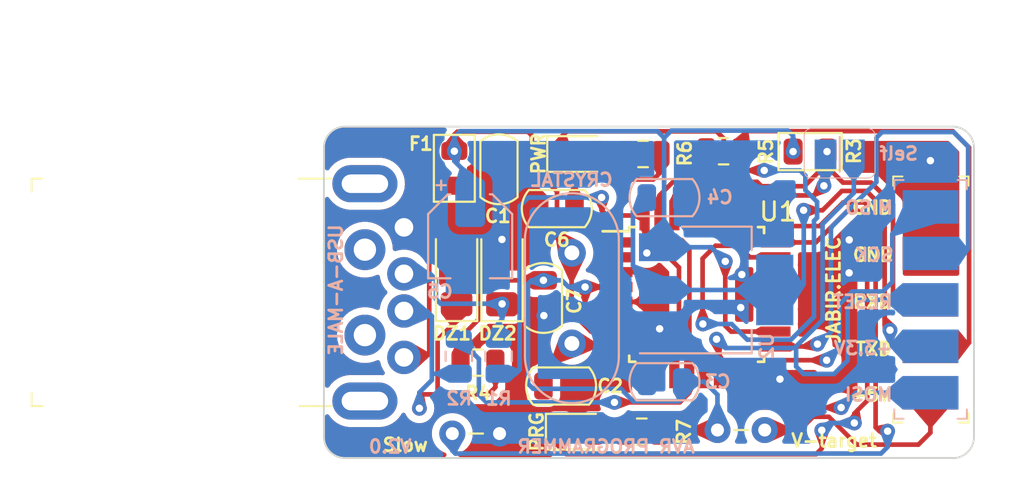
<source format=kicad_pcb>
(kicad_pcb (version 20221018) (generator pcbnew)
  (layers (0 "F.Cu" signal) (31 "B.Cu" signal) (34 "B.Paste" user) (35 "F.Paste" user) (36 "B.SilkS" user "B.Silkscreen") (37 "F.SilkS" user "F.Silkscreen") (38 "B.Mask" user) (39 "F.Mask" user) (44 "Edge.Cuts" user))
  (net 0 "")
  (net 1 "Earth")
  (net 2 "Net-(U1-PB6{slash}XTAL1)")
  (net 3 "Net-(U1-PB7{slash}XTAL2)")
  (net 4 "Net-(Supply-target1-A)")
  (net 5 "Net-(DZ1-K)")
  (net 6 "Net-(DZ2-K)")
  (net 7 "Net-(LED1-K)")
  (net 8 "Net-(LED1-A)")
  (net 9 "Net-(LED2-K)")
  (net 10 "Net-(LED2-A)")
  (net 11 "Net-(U1-PB1)")
  (net 12 "Net-(U1-PB0)")
  (net 13 "Net-(Self-PRG1-B)")
  (net 14 "Net-(U1-PD1)")
  (net 26 "Net-(U2-VO)")
  (net 27 "Net-(Supply-target1-B)")
  (net 28 "Net-(J2-Pad2)")
  (net 29 "Net-(U1-PD0)")
  (net 30 "Net-(U1-PB4)")
  (net 31 "Net-(U1-PB5)")
  (net 32 "Net-(Self-PRG1-A)")
  (net 33 "Net-(U1-PB3)")
  (net 34 "Net-(J4-VBUS)")
  (net 35 "SLOW")
  (footprint "PCM_4ms_Resistor:R_0805_2012Metric" (layer "F.Cu") (at 102.47 97.32)
    (fp_text reference "R7" (at 2.27 0.01 90) (layer "F.SilkS") (effects (font (size 0.7 0.7))))
    (fp_text value "0R_0603")
    (pad "1" smd roundrect (at -0.9375 0) (size 0.975 1.4) (layers "F.Cu" "F.Paste" "F.Mask") (net 10 "Net-(LED2-A)"))
    (pad "2" smd roundrect (at 0.9375 0) (size 0.975 1.4) (layers "F.Cu" "F.Paste" "F.Mask") (net 4 "Net-(Supply-target1-A)"))
  )
  (footprint "PCM_Capacitor_SMD_AKL:C_0805_2012Metric" (layer "F.Cu") (at 98.13 94.86 180)
    (fp_text reference "C2" (at -2.64 -0.0025) (layer "F.SilkS") (effects (font (size 0.7 0.7))))
    (fp_text value "100nF_0603_16V" hide)
    (pad "1" smd roundrect (at -0.95 0 180) (size 1 1.45) (layers "F.Cu" "F.Paste" "F.Mask") (net 1 "Earth"))
    (pad "2" smd roundrect (at 0.95 0 180) (size 1 1.45) (layers "F.Cu" "F.Paste" "F.Mask") (net 3 "Net-(U1-PB7{slash}XTAL2)"))
  )
  (footprint "LED_SMD:LED_0805_2012Metric" (layer "F.Cu") (at 99 97.32)
    (fp_text reference "PRG" (at -2.18 0 90) (layer "F.SilkS") (effects (font (size 0.7 0.7))))
    (fp_text value "LED")
    (pad "1" smd roundrect (at -0.9375 0) (size 0.975 1.4) (layers "F.Cu" "F.Paste" "F.Mask") (net 9 "Net-(LED2-K)"))
    (pad "2" smd roundrect (at 0.9375 0) (size 0.975 1.4) (layers "F.Cu" "F.Paste" "F.Mask") (net 10 "Net-(LED2-A)"))
  )
  (footprint "PCM_Jumper_AKL:Jumper_P2.54mm_D0.7mm" (layer "F.Cu") (at 106.54 97.23)
    (fp_text reference "V-target" (at 6.27 0.57) (layer "F.SilkS") (effects (font (size 0.7 0.7))))
    (fp_text value "Jumper_2_Bridged" hide)
    (pad "1" thru_hole circle (at 0 0) (size 1.4 1.4) (drill 0.7) (layers "*.Cu" "*.Mask") (net 4 "Net-(Supply-target1-A)"))
    (pad "2" thru_hole oval (at 2.54 0) (size 1.4 1.4) (drill 0.7) (layers "*.Cu" "*.Mask") (net 27 "Net-(Supply-target1-B)"))
  )
  (footprint "PCM_Resistor_SMD_AKL:R_0805_2012Metric" (layer "F.Cu") (at 111.52 82.24)
    (fp_text reference "R3" (at 2.36 -0.02 90) (layer "F.SilkS") (effects (font (size 0.7 0.7))))
    (fp_text value "110k_0603" hide)
    (pad "1" smd roundrect (at -0.9125 0) (size 1.025 1.4) (layers "F.Cu" "F.Paste" "F.Mask") (roundrect_rratio 0.243902439) (net 4 "Net-(Supply-target1-A)"))
    (pad "2" smd roundrect (at 0.9125 0) (size 1.025 1.4) (layers "F.Cu" "F.Paste" "F.Mask") (roundrect_rratio 0.243902439) (net 13 "Net-(Self-PRG1-B)"))
  )
  (footprint "PCM_Fuse_AKL:Fuse_0805_2012Metric" (layer "F.Cu") (at 92.39 83.14 -90)
    (fp_text reference "F1" (at -1.32 1.8 -180) (layer "F.SilkS") (effects (font (size 0.7 0.7))))
    (fp_text value "Fuse" hide)
    (pad "1" smd roundrect (at -0.9375 0 270) (size 0.975 1.4) (layers "F.Cu" "F.Paste" "F.Mask") (net 4 "Net-(Supply-target1-A)"))
    (pad "2" smd roundrect (at 0.9375 0 270) (size 0.975 1.4) (layers "F.Cu" "F.Paste" "F.Mask") (net 34 "Net-(J4-VBUS)"))
  )
  (footprint "PCM_4ms_Resistor:R_0805_2012Metric" (layer "F.Cu") (at 102.54 82.37)
    (fp_text reference "R6" (at 2.24 -0.03 90) (layer "F.SilkS") (effects (font (size 0.7 0.7))))
    (fp_text value "0R_0603")
    (pad "1" smd roundrect (at -0.9375 0) (size 0.975 1.4) (layers "F.Cu" "F.Paste" "F.Mask") (net 8 "Net-(LED1-A)"))
    (pad "2" smd roundrect (at 0.9375 0) (size 0.975 1.4) (layers "F.Cu" "F.Paste" "F.Mask") (net 4 "Net-(Supply-target1-A)"))
  )
  (footprint "Diode_SMD:D_MiniMELF" (layer "F.Cu") (at 94.95 88.71 90)
    (fp_text reference "DZ2" (at -3.32 -0.23 180) (layer "F.SilkS") (effects (font (size 0.7 0.7))))
    (fp_text value "D3Z6V2BF")
    (pad "1" smd roundrect (at -1.75 0 90) (size 1.3 1.7) (layers "F.Cu" "F.Paste" "F.Mask") (roundrect_rratio 0.1923076923) (net 6 "Net-(DZ2-K)"))
    (pad "2" smd roundrect (at 1.75 0 90) (size 1.3 1.7) (layers "F.Cu" "F.Paste" "F.Mask") (roundrect_rratio 0.1923076923) (net 1 "Earth"))
  )
  (footprint "digikey-footprints:PinHeader_1x5_P2.5mm_Drill1.1mm" (layer "F.Cu") (at 117.99 95.23 90)
    (fp_text reference "+5V" (at -0.1 -3.23 180) (layer "F.SilkS") (effects (font (size 0.7 0.7))))
    (fp_text value "B5B-XH-A_LF__SN_")
    (pad "1" smd rect (at 0 0 90) (size 1.8 3) (layers "F.Cu" "F.Paste" "F.Mask") (net 27 "Net-(Supply-target1-B)"))
    (pad "2" smd rect (at 2.5 0 90) (size 1.8 3) (layers "F.Cu" "F.Paste" "F.Mask") (net 28 "Net-(J2-Pad2)"))
    (pad "3" smd rect (at 5 0 90) (size 1.8 3) (layers "F.Cu" "F.Paste" "F.Mask") (net 29 "Net-(U1-PD0)"))
    (pad "4" smd rect (at 7.5 0 90) (size 1.8 3) (layers "F.Cu" "F.Paste" "F.Mask") (net 1 "Earth"))
    (pad "5" smd rect (at 10 0 90) (size 1.8 3) (layers "F.Cu" "F.Paste" "F.Mask") (net 1 "Earth"))
  )
  (footprint "PCM_Capacitor_SMD_AKL:C_0805_2012Metric" (layer "F.Cu") (at 97.18 90.12 -90)
    (fp_text reference "C7" (at 0.17 -1.66 90) (layer "F.SilkS") (effects (font (size 0.7 0.7))))
    (fp_text value "100nF_0603_16V" hide)
    (pad "1" smd roundrect (at -0.95 0 270) (size 1 1.45) (layers "F.Cu" "F.Paste" "F.Mask") (net 4 "Net-(Supply-target1-A)"))
    (pad "2" smd roundrect (at 0.95 0 270) (size 1 1.45) (layers "F.Cu" "F.Paste" "F.Mask") (net 1 "Earth"))
  )
  (footprint "LED_SMD:LED_0805_2012Metric" (layer "F.Cu") (at 99.07 82.37)
    (fp_text reference "PWR" (at -2.1525 -0.02 90) (layer "F.SilkS") (effects (font (size 0.7 0.7))))
    (fp_text value "LED")
    (pad "1" smd roundrect (at -0.9375 0) (size 0.975 1.4) (layers "F.Cu" "F.Paste" "F.Mask") (net 7 "Net-(LED1-K)"))
    (pad "2" smd roundrect (at 0.9375 0) (size 0.975 1.4) (layers "F.Cu" "F.Paste" "F.Mask") (net 8 "Net-(LED1-A)"))
  )
  (footprint "Diode_SMD:D_MiniMELF" (layer "F.Cu") (at 92.51 88.7025 90)
    (fp_text reference "DZ1" (at -3.33 -0.25 180) (layer "F.SilkS") (effects (font (size 0.7 0.7))))
    (fp_text value "D3Z6V2BF")
    (pad "1" smd roundrect (at -1.75 0 90) (size 1.3 1.7) (layers "F.Cu" "F.Paste" "F.Mask") (roundrect_rratio 0.1923076923) (net 5 "Net-(DZ1-K)"))
    (pad "2" smd roundrect (at 1.75 0 90) (size 1.3 1.7) (layers "F.Cu" "F.Paste" "F.Mask") (roundrect_rratio 0.1923076923) (net 1 "Earth"))
  )
  (footprint "PCM_4ms_Resistor:R_0805_2012Metric" (layer "F.Cu") (at 106.87 82.22)
    (fp_text reference "R5" (at 2.28 0.02 90) (layer "F.SilkS") (effects (font (size 0.7 0.7))))
    (fp_text value "0R_0603")
    (pad "1" smd roundrect (at -0.9375 0) (size 0.975 1.4) (layers "F.Cu" "F.Paste" "F.Mask") (net 14 "Net-(U1-PD1)"))
    (pad "2" smd roundrect (at 0.9375 0) (size 0.975 1.4) (layers "F.Cu" "F.Paste" "F.Mask") (net 28 "Net-(J2-Pad2)"))
  )
  (footprint "PCM_Capacitor_SMD_AKL:C_0805_2012Metric" (layer "F.Cu") (at 94.79 83.19 90)
    (fp_text reference "C1" (at -2.52 -0.06 180) (layer "F.SilkS") (effects (font (size 0.7 0.7))))
    (fp_text value "100nF_0603_16V" hide)
    (pad "1" smd roundrect (at -0.95 0 90) (size 1 1.45) (layers "F.Cu" "F.Paste" "F.Mask") (net 1 "Earth"))
    (pad "2" smd roundrect (at 0.95 0 90) (size 1 1.45) (layers "F.Cu" "F.Paste" "F.Mask") (net 2 "Net-(U1-PB6{slash}XTAL1)"))
  )
  (footprint "PCM_Capacitor_SMD_AKL:C_0805_2012Metric" (layer "F.Cu") (at 97.9 85.31 180)
    (fp_text reference "C6" (at 0 -1.68) (layer "F.SilkS") (effects (font (size 0.7 0.7))))
    (fp_text value "100nF_0603_16V" hide)
    (pad "1" smd roundrect (at -0.95 0 180) (size 1 1.45) (layers "F.Cu" "F.Paste" "F.Mask") (net 4 "Net-(Supply-target1-A)"))
    (pad "2" smd roundrect (at 0.95 0 180) (size 1 1.45) (layers "F.Cu" "F.Paste" "F.Mask") (net 1 "Earth"))
  )
  (footprint "digikey-footprints:USB_Male_A_UP2-AH-1-TH" (layer "F.Cu") (at 87.58 89.82 -90)
    (fp_text reference "USB-A-MALE" (at -0.13 1.56 90) (layer "B.SilkS") (effects (font (size 0.7 0.7)) (justify mirror)))
    (fp_text value "USB_A")
    (pad "1" thru_hole circle locked (at 3.5 -2.1 270) (size 1.8 1.8) (drill 1) (layers "*.Cu" "*.Mask") (net 34 "Net-(J4-VBUS)"))
    (pad "2" thru_hole circle locked (at 1 -2.1 270) (size 1.8 1.8) (drill 1) (layers "*.Cu" "*.Mask") (net 5 "Net-(DZ1-K)"))
    (pad "3" thru_hole circle locked (at -1 -2.1 270) (size 1.8 1.8) (drill 1) (layers "*.Cu" "*.Mask") (net 6 "Net-(DZ2-K)"))
    (pad "4" thru_hole circle locked (at -3.5 -2.1 270) (size 1.8 1.8) (drill 1) (layers "*.Cu" "*.Mask") (net 1 "Earth"))
    (pad "SH" thru_hole oval locked (at -5.85 0 270) (size 2 3.5) (drill oval 1 2.5) (layers "*.Cu" "*.Mask"))
    (pad "SH" thru_hole circle locked (at -2.3 0 270) (size 2.2 2.2) (drill 1.2) (layers "*.Cu" "*.Mask"))
    (pad "SH" thru_hole circle locked (at 2.3 0 270) (size 2.2 2.2) (drill 1.2) (layers "*.Cu" "*.Mask"))
    (pad "SH" thru_hole oval locked (at 5.85 0 270) (size 2 3.5) (drill oval 1 2.5) (layers "*.Cu" "*.Mask"))
  )
  (footprint "Package_QFP:TQFP-32_7x7mm_P0.8mm" (layer "F.Cu") (at 105.42 89.93)
    (fp_text reference "U1" (at 4.37 -4.45) (layer "F.SilkS"))
    (fp_text value "ATmega8A-A")
    (pad "1" smd rect (at -4.25 -2.8) (size 1.6 0.55) (layers "F.Cu" "F.Paste" "F.Mask"))
    (pad "2" smd rect (at -4.25 -2) (size 1.6 0.55) (layers "F.Cu" "F.Paste" "F.Mask"))
    (pad "3" smd rect (at -4.25 -1.2) (size 1.6 0.55) (layers "F.Cu" "F.Paste" "F.Mask") (net 1 "Earth"))
    (pad "4" smd rect (at -4.25 -0.4) (size 1.6 0.55) (layers "F.Cu" "F.Paste" "F.Mask") (net 4 "Net-(Supply-target1-A)"))
    (pad "5" smd rect (at -4.25 0.4) (size 1.6 0.55) (layers "F.Cu" "F.Paste" "F.Mask") (net 1 "Earth"))
    (pad "6" smd rect (at -4.25 1.2) (size 1.6 0.55) (layers "F.Cu" "F.Paste" "F.Mask") (net 4 "Net-(Supply-target1-A)"))
    (pad "7" smd rect (at -4.25 2) (size 1.6 0.55) (layers "F.Cu" "F.Paste" "F.Mask") (net 2 "Net-(U1-PB6{slash}XTAL1)"))
    (pad "8" smd rect (at -4.25 2.8) (size 1.6 0.55) (layers "F.Cu" "F.Paste" "F.Mask") (net 3 "Net-(U1-PB7{slash}XTAL2)"))
    (pad "9" smd rect (at -2.8 4.25 90) (size 1.6 0.55) (layers "F.Cu" "F.Paste" "F.Mask"))
    (pad "10" smd rect (at -2 4.25 90) (size 1.6 0.55) (layers "F.Cu" "F.Paste" "F.Mask"))
    (pad "11" smd rect (at -1.2 4.25 90) (size 1.6 0.55) (layers "F.Cu" "F.Paste" "F.Mask"))
    (pad "12" smd rect (at -0.4 4.25 90) (size 1.6 0.55) (layers "F.Cu" "F.Paste" "F.Mask") (net 12 "Net-(U1-PB0)"))
    (pad "13" smd rect (at 0.4 4.25 90) (size 1.6 0.55) (layers "F.Cu" "F.Paste" "F.Mask") (net 11 "Net-(U1-PB1)"))
    (pad "14" smd rect (at 1.2 4.25 90) (size 1.6 0.55) (layers "F.Cu" "F.Paste" "F.Mask") (net 32 "Net-(Self-PRG1-A)"))
    (pad "15" smd rect (at 2 4.25 90) (size 1.6 0.55) (layers "F.Cu" "F.Paste" "F.Mask") (net 33 "Net-(U1-PB3)"))
    (pad "16" smd rect (at 2.8 4.25 90) (size 1.6 0.55) (layers "F.Cu" "F.Paste" "F.Mask") (net 30 "Net-(U1-PB4)"))
    (pad "17" smd rect (at 4.25 2.8) (size 1.6 0.55) (layers "F.Cu" "F.Paste" "F.Mask") (net 31 "Net-(U1-PB5)"))
    (pad "18" smd rect (at 4.25 2) (size 1.6 0.55) (layers "F.Cu" "F.Paste" "F.Mask") (net 4 "Net-(Supply-target1-A)"))
    (pad "19" smd rect (at 4.25 1.2) (size 1.6 0.55) (layers "F.Cu" "F.Paste" "F.Mask"))
    (pad "20" smd rect (at 4.25 0.4) (size 1.6 0.55) (layers "F.Cu" "F.Paste" "F.Mask"))
    (pad "21" smd rect (at 4.25 -0.4) (size 1.6 0.55) (layers "F.Cu" "F.Paste" "F.Mask") (net 1 "Earth"))
    (pad "22" smd rect (at 4.25 -1.2) (size 1.6 0.55) (layers "F.Cu" "F.Paste" "F.Mask"))
    (pad "23" smd rect (at 4.25 -2) (size 1.6 0.55) (layers "F.Cu" "F.Paste" "F.Mask") (net 7 "Net-(LED1-K)"))
    (pad "24" smd rect (at 4.25 -2.8) (size 1.6 0.55) (layers "F.Cu" "F.Paste" "F.Mask") (net 9 "Net-(LED2-K)"))
    (pad "25" smd rect (at 2.8 -4.25 90) (size 1.6 0.55) (layers "F.Cu" "F.Paste" "F.Mask") (net 35 "SLOW"))
    (pad "26" smd rect (at 2 -4.25 90) (size 1.6 0.55) (layers "F.Cu" "F.Paste" "F.Mask"))
    (pad "27" smd rect (at 1.2 -4.25 90) (size 1.6 0.55) (layers "F.Cu" "F.Paste" "F.Mask"))
    (pad "28" smd rect (at 0.4 -4.25 90) (size 1.6 0.55) (layers "F.Cu" "F.Paste" "F.Mask"))
    (pad "29" smd rect (at -0.4 -4.25 90) (size 1.6 0.55) (layers "F.Cu" "F.Paste" "F.Mask") (net 13 "Net-(Self-PRG1-B)"))
    (pad "30" smd rect (at -1.2 -4.25 90) (size 1.6 0.55) (layers "F.Cu" "F.Paste" "F.Mask") (net 29 "Net-(U1-PD0)"))
    (pad "31" smd rect (at -2 -4.25 90) (size 1.6 0.55) (layers "F.Cu" "F.Paste" "F.Mask") (net 14 "Net-(U1-PD1)"))
    (pad "32" smd rect (at -2.8 -4.25 90) (size 1.6 0.55) (layers "F.Cu" "F.Paste" "F.Mask") (net 11 "Net-(U1-PB1)"))
  )
  (footprint "PCM_4ms_Resistor:R_0805_2012Metric" (layer "F.Cu") (at 93.66 93.6 180)
    (fp_text reference "R4" (at 0 -1.65) (layer "F.SilkS") (effects (font (size 0.7 0.7))))
    (fp_text value "0R_0603")
    (pad "1" smd roundrect (at -0.9375 0 180) (size 0.975 1.4) (layers "F.Cu" "F.Paste" "F.Mask") (net 5 "Net-(DZ1-K)"))
    (pad "2" smd roundrect (at 0.9375 0 180) (size 0.975 1.4) (layers "F.Cu" "F.Paste" "F.Mask") (net 4 "Net-(Supply-target1-A)"))
  )
  (footprint "PCM_Jumper_AKL:Jumper_P2.54mm_D0.7mm" (layer "F.Cu") (at 92.28 97.42)
    (fp_text reference "Slow" (at -2.53 0.61 180) (layer "F.SilkS") (effects (font (size 0.7 0.7))))
    (fp_text value "Jumper_2_Bridged" hide)
    (pad "1" thru_hole circle (at 0 0) (size 1.4 1.4) (drill 0.7) (layers "*.Cu" "*.Mask") (net 35 "SLOW"))
    (pad "2" thru_hole oval (at 2.54 0) (size 1.4 1.4) (drill 0.7) (layers "*.Cu" "*.Mask") (net 1 "Earth"))
  )
  (footprint "PCM_4ms_Resistor:R_0805_2012Metric" (layer "B.Cu") (at 94.77 93.26 90)
    (fp_text reference "R1" (at -2.28 0.01 180) (layer "B.SilkS") (effects (font (size 0.7 0.7)) (justify mirror)))
    (fp_text value "0R_0603")
    (pad "1" smd roundrect (at -0.9375 0 90) (size 0.975 1.4) (layers "B.Cu" "B.Paste" "B.Mask") (net 11 "Net-(U1-PB1)"))
    (pad "2" smd roundrect (at 0.9375 0 90) (size 0.975 1.4) (layers "B.Cu" "B.Paste" "B.Mask") (net 6 "Net-(DZ2-K)"))
  )
  (footprint "Crystal:Crystal_HC49-U_Vertical" (layer "B.Cu") (at 98.71 87.69 -90)
    (fp_text reference "CRYSTAL" (at -3.93 0) (layer "B.SilkS") (effects (font (size 0.7 0.7)) (justify mirror)))
    (fp_text value "16MHz_18pF_FA238")
    (pad "1" thru_hole circle (at 0 0 270) (size 1.5 1.5) (drill 0.8) (layers "*.Cu" "*.Mask") (net 2 "Net-(U1-PB6{slash}XTAL1)"))
    (pad "2" thru_hole circle (at 4.88 0 270) (size 1.5 1.5) (drill 0.8) (layers "*.Cu" "*.Mask") (net 3 "Net-(U1-PB7{slash}XTAL2)"))
  )
  (footprint "PCM_Capacitor_SMD_AKL:C_0805_2012Metric" (layer "B.Cu") (at 103.69 84.72 180)
    (fp_text reference "C4" (at -2.98 0.02) (layer "B.SilkS") (effects (font (size 0.7 0.7)) (justify mirror)))
    (fp_text value "100nF_0603_16V" hide)
    (pad "1" smd roundrect (at -0.95 0 180) (size 1 1.45) (layers "B.Cu" "B.Paste" "B.Mask") (net 1 "Earth"))
    (pad "2" smd roundrect (at 0.95 0 180) (size 1 1.45) (layers "B.Cu" "B.Paste" "B.Mask") (net 26 "Net-(U2-VO)"))
  )
  (footprint "PCM_4ms_Resistor:R_0805_2012Metric" (layer "B.Cu") (at 92.63 93.26 -90)
    (fp_text reference "R2" (at 2.27 -0.02 180) (layer "B.SilkS") (effects (font (size 0.7 0.7)) (justify mirror)))
    (fp_text value "0R_0603")
    (pad "1" smd roundrect (at -0.9375 0 270) (size 0.975 1.4) (layers "B.Cu" "B.Paste" "B.Mask") (net 12 "Net-(U1-PB0)"))
    (pad "2" smd roundrect (at 0.9375 0 270) (size 0.975 1.4) (layers "B.Cu" "B.Paste" "B.Mask") (net 5 "Net-(DZ1-K)"))
  )
  (footprint "digikey-footprints:PinHeader_1x5_P2.5mm_Drill1.1mm" (layer "B.Cu") (at 118 85.22 -90)
    (fp_text reference "MISO" (at 0.04 3.31) (layer "B.SilkS") (effects (font (size 0.7 0.7)) (justify mirror)))
    (fp_text value "B5B-XH-A_LF__SN_")
    (pad "1" smd rect (at 0 0 270) (size 1.8 3) (layers "B.Cu" "B.Paste" "B.Mask") (net 30 "Net-(U1-PB4)"))
    (pad "2" smd rect (at 2.5 0 270) (size 1.8 3) (layers "B.Cu" "B.Paste" "B.Mask") (net 31 "Net-(U1-PB5)"))
    (pad "3" smd rect (at 5 0 270) (size 1.8 3) (layers "B.Cu" "B.Paste" "B.Mask") (net 32 "Net-(Self-PRG1-A)"))
    (pad "4" smd rect (at 7.5 0 270) (size 1.8 3) (layers "B.Cu" "B.Paste" "B.Mask") (net 26 "Net-(U2-VO)"))
    (pad "5" smd rect (at 10 0 270) (size 1.8 3) (layers "B.Cu" "B.Paste" "B.Mask") (net 33 "Net-(U1-PB3)"))
  )
  (footprint "PCM_Capacitor_SMD_AKL:C_0805_2012Metric" (layer "B.Cu") (at 103.69 94.63 180)
    (fp_text reference "C3" (at -2.86 0 180) (layer "B.SilkS") (effects (font (size 0.7 0.7)) (justify mirror)))
    (fp_text value "100nF_0603_16V" hide)
    (pad "1" smd roundrect (at -0.95 0 180) (size 1 1.45) (layers "B.Cu" "B.Paste" "B.Mask") (net 4 "Net-(Supply-target1-A)"))
    (pad "2" smd roundrect (at 0.95 0 180) (size 1 1.45) (layers "B.Cu" "B.Paste" "B.Mask") (net 1 "Earth"))
  )
  (footprint "Package_TO_SOT_SMD:SOT-223-3_TabPin2" (layer "B.Cu") (at 106.47 89.69)
    (fp_text reference "U2" (at 2.72 3.03 90) (layer "B.SilkS") (effects (font (size 0.7 0.7)) (justify mirror)))
    (fp_text value "AMS1117")
    (pad "1" smd rect (at -3.15 2.3) (size 2 1.5) (layers "B.Cu" "B.Paste" "B.Mask") (net 1 "Earth"))
    (pad "2" smd rect (at -3.15 0) (size 2 1.5) (layers "B.Cu" "B.Paste" "B.Mask") (net 26 "Net-(U2-VO)"))
    (pad "2" smd rect (at 3.15 0) (size 2 3.8) (layers "B.Cu" "B.Paste" "B.Mask") (net 26 "Net-(U2-VO)"))
    (pad "3" smd rect (at -3.15 -2.3) (size 2 1.5) (layers "B.Cu" "B.Paste" "B.Mask") (net 4 "Net-(Supply-target1-A)"))
  )
  (footprint "PCM_4ms_SolderJumper:JUMPER_SMD_1x2" (layer "B.Cu") (at 113.11 82.3935 180)
    (fp_text reference "Self" (at -3.18 0.0435) (layer "B.SilkS") (effects (font (size 0.7 0.7)) (justify mirror)))
    (fp_text value "Jumper_2_Bridged" (at 0.11 -0.1965 90) (layer "B.SilkS") (effects (font (size 0.01778 0.01778) (thickness 0.000001)) (justify mirror)))
    (pad "1" smd rect (at -0.762 0 180) (size 1.1684 1.6002) (layers "B.Cu" "B.Paste" "B.Mask") (net 32 "Net-(Self-PRG1-A)") (clearance 0.175))
    (pad "2" smd rect (at 0.75946 0 180) (size 1.1684 1.6002) (layers "B.Cu" "B.Paste" "B.Mask") (net 13 "Net-(Self-PRG1-B)") (clearance 0.175))
  )
  (footprint "Capacitor_SMD:CP_Elec_4x5.4" (layer "B.Cu") (at 93.24 86.8 -90)
    (fp_text reference "C5" (at 2.98 1.63 180) (layer "B.SilkS") (effects (font (size 0.7 0.7)) (justify mirror)))
    (fp_text value "CP_Radial_D8.0mm_P5.00mm 4.7")
    (pad "1" smd roundrect (at -1.8 0 270) (size 2.6 1.6) (layers "B.Cu" "B.Paste" "B.Mask") (roundrect_rratio 0.15625) (net 4 "Net-(Supply-target1-A)"))
    (pad "2" smd roundrect (at 1.8 0 270) (size 2.6 1.6) (layers "B.Cu" "B.Paste" "B.Mask") (roundrect_rratio 0.15625) (net 1 "Earth"))
  )
  (gr_line (start 119.19362 80.895986) (end 86.51638 80.895986) (stroke (width 0.1)) (layer "Edge.Cuts"))
  (gr_line (start 86.51638 98.734014) (end 119.19362 98.734014) (stroke (width 0.1)) (layer "Edge.Cuts"))
  (gr_arc (start 86.51638 98.734014) (mid 85.71 98.4) (end 85.375986 97.59362) (stroke (width 0.1)) (layer "Edge.Cuts"))
  (gr_line (start 85.375986 82.03638) (end 85.375986 97.59362) (stroke (width 0.1)) (layer "Edge.Cuts"))
  (gr_line (start 120.334014 97.60362) (end 120.334014 82.03638) (stroke (width 0.1)) (layer "Edge.Cuts"))
  (gr_arc (start 119.19362 80.895986) (mid 120 81.23) (end 120.334014 82.03638) (stroke (width 0.1)) (layer "Edge.Cuts"))
  (gr_arc (start 120.334014 97.60362) (mid 120 98.41) (end 119.19362 98.744014) (stroke (width 0.1)) (layer "Edge.Cuts"))
  (gr_arc (start 85.375986 82.03638) (mid 85.71 81.23) (end 86.51638 80.895986) (stroke (width 0.1)) (layer "Edge.Cuts"))
  (gr_text "AVR PROGRAMMER" (at 105.4 98.53) (layer "B.SilkS") (effects (font (size 0.7 0.7) (thickness 0.15) bold) (justify left bottom mirror)))
  (gr_text "V2.0\n" (at 90.17 98.53) (layer "B.SilkS") (effects (font (size 0.7 0.7) (thickness 0.15) bold) (justify left bottom mirror)))
  (gr_text "MOSI" (at 114.67 95.32) (layer "B.SilkS") (effects (font (size 0.7 0.7)) (justify mirror)))
  (gr_text "SCK" (at 114.97 87.8) (layer "B.SilkS") (effects (font (size 0.7 0.7)) (justify mirror)))
  (gr_text "+3.3V" (at 114.38 92.82) (layer "B.SilkS") (effects (font (size 0.7 0.7)) (justify mirror)))
  (gr_text "RESET" (at 114.36 90.33) (layer "B.SilkS") (effects (font (size 0.7 0.7)) (justify mirror)))
  (gr_text "TXD" (at 114.93 92.87) (layer "F.SilkS") (effects (font (size 0.7 0.7))))
  (gr_text "RXD" (at 114.86 90.33) (layer "F.SilkS") (effects (font (size 0.7 0.7))))
  (gr_text "GND" (at 114.86 85.26) (layer "F.SilkS") (effects (font (size 0.7 0.7))))
  (gr_text "GND" (at 114.9 87.8) (layer "F.SilkS") (effects (font (size 0.7 0.7))))
  (gr_text "JABIR.ELEC" (at 113.19 92.66 90) (layer "F.SilkS") (effects (font (size 0.7 0.7) (thickness 0.15) bold) (justify left bottom)))
  (segment (start 92.5275 86.97) (end 92.51 86.9525) (width 0.25) (layer "F.Cu") (net 1))
  (segment (start 97.18 91.07) (end 97.2045 91.07) (width 0.25) (layer "F.Cu") (net 1))
  (segment (start 107.81 90.62) (end 107.79 90.64) (width 0.25) (layer "F.Cu") (net 1))
  (segment (start 95.3 86.96) (end 94.95 86.96) (width 0.25) (layer "F.Cu") (net 1))
  (segment (start 107.85 88.86) (end 107.92 88.93) (width 0.25) (layer "F.Cu") (net 1))
  (via (at 97.2045 91.07) (size 0.8) (drill 0.4) (layers "F.Cu" "B.Cu") (net 1))
  (via (at 113.623788 86.994076) (size 0.8) (drill 0.4) (layers "F.Cu" "B.Cu") (net 1))
  (via (at 103.43 91.78) (size 0.8) (drill 0.4) (layers "F.Cu" "B.Cu") (net 1))
  (via (at 94.95 86.97) (size 0.8) (drill 0.4) (layers "F.Cu" "B.Cu") (net 1))
  (via (at 109.9 94.49) (size 0.8) (drill 0.4) (layers "F.Cu" "B.Cu") (net 1))
  (via (at 107.79 90.64) (size 0.8) (drill 0.4) (layers "F.Cu" "B.Cu") (net 1))
  (via (at 117.99 82.73) (size 0.8) (drill 0.4) (layers "F.Cu" "B.Cu") (net 1))
  (via (at 107.85 88.86) (size 0.8) (drill 0.4) (layers "F.Cu" "B.Cu") (net 1))
  (via (at 113.62 88.77) (size 0.8) (drill 0.4) (layers "F.Cu" "B.Cu") (net 1))
  (segment (start 98.71 87.69) (end 97.91 86.89) (width 0.25) (layer "F.Cu") (net 2))
  (segment (start 96.119501 83.569501) (end 94.79 82.24) (width 0.25) (layer "F.Cu") (net 2))
  (segment (start 98.71 87.69) (end 98.695499 87.704501) (width 0.25) (layer "F.Cu") (net 2))
  (segment (start 97.91 84.39) (end 97.089501 83.569501) (width 0.25) (layer "F.Cu") (net 2))
  (segment (start 97.089501 83.569501) (end 96.119501 83.569501) (width 0.25) (layer "F.Cu") (net 2))
  (segment (start 98.695499 87.704501) (end 98.695499 90.885499) (width 0.25) (layer "F.Cu") (net 2))
  (segment (start 98.695499 90.885499) (end 99.74 91.93) (width 0.25) (layer "F.Cu") (net 2))
  (segment (start 99.74 91.93) (end 101.17 91.93) (width 0.25) (layer "F.Cu") (net 2))
  (segment (start 97.91 86.89) (end 97.91 84.39) (width 0.25) (layer "F.Cu") (net 2))
  (segment (start 98.71 92.57) (end 99.94 92.57) (width 0.25) (layer "F.Cu") (net 3))
  (segment (start 98.71 92.57) (end 97.18 94.1) (width 0.25) (layer "F.Cu") (net 3))
  (segment (start 101.16 92.74) (end 101.17 92.73) (width 0.25) (layer "F.Cu") (net 3))
  (segment (start 97.18 94.1) (end 97.18 94.86) (width 0.25) (layer "F.Cu") (net 3))
  (segment (start 100.11 92.74) (end 101.16 92.74) (width 0.25) (layer "F.Cu") (net 3))
  (segment (start 99.94 92.57) (end 100.11 92.74) (width 0.25) (layer "F.Cu") (net 3))
  (segment (start 92.7225 92.2475) (end 93.72 91.25) (width 0.25) (layer "F.Cu") (net 4))
  (segment (start 96.56 82.98) (end 96.56 81.38) (width 0.25) (layer "F.Cu") (net 4))
  (segment (start 99.420001 89.53) (end 99.419999 89.530002) (width 0.25) (layer "F.Cu") (net 4))
  (segment (start 107.27 91.93) (end 109.67 91.93) (width 0.25) (layer "F.Cu") (net 4))
  (segment (start 93.72 89.69) (end 94.24 89.17) (width 0.25) (layer "F.Cu") (net 4))
  (segment (start 101.17 89.53) (end 99.42 89.53) (width 0.25) (layer "F.Cu") (net 4))
  (segment (start 103.09 83.74) (end 103.4775 83.3525) (width 0.25) (layer "F.Cu") (net 4))
  (segment (start 92.39 81.33) (end 92.39 82.2025) (width 0.25) (layer "F.Cu") (net 4))
  (segment (start 97.95 83.75) (end 97.32 83.12) (width 0.25) (layer "F.Cu") (net 4))
  (segment (start 98.64 83.75) (end 97.95 83.75) (width 0.25) (layer "F.Cu") (net 4))
  (segment (start 104.47 92.19) (end 104.47 88.48) (width 0.25) (layer "F.Cu") (net 4))
  (segment (start 99.42 90.93) (end 99.62 91.13) (width 0.25) (layer "F.Cu") (net 4))
  (segment (start 99.62 91.13) (end 101.17 91.13) (width 0.25) (layer "F.Cu") (net 4))
  (segment (start 96.35 81.17) (end 92.55 81.17) (width 0.25) (layer "F.Cu") (net 4))
  (segment (start 97.32 83.12) (end 96.7 83.12) (width 0.25) (layer "F.Cu") (net 4))
  (segment (start 93.72 91.25) (end 93.72 89.69) (width 0.25) (layer "F.Cu") (net 4))
  (segment (start 102.645 92.59) (end 104.07 92.59) (width 0.25) (layer "F.Cu") (net 4))
  (segment (start 103.4075 97.32) (end 103.4975 97.23) (width 0.25) (layer "F.Cu") (net 4))
  (segment (start 99.07 83.74) (end 103.09 83.74) (width 0.25) (layer "F.Cu") (net 4))
  (segment (start 94.24 89.17) (end 97.18 89.17) (width 0.25) (layer "F.Cu") (net 4))
  (segment (start 106.96 91.62) (end 107.27 91.93) (width 0.25) (layer "F.Cu") (net 4))
  (segment (start 99.42 89.53) (end 99.42 90.93) (width 0.25) (layer "F.Cu") (net 4))
  (segment (start 92.7225 93.6) (end 92.7225 92.2475) (width 0.25) (layer "F.Cu") (net 4))
  (segment (start 106.96 88.15) (end 106.96 91.62) (width 0.25) (layer "F.Cu") (net 4))
  (segment (start 104.07 92.59) (end 104.47 92.19) (width 0.25) (layer "F.Cu") (net 4))
  (segment (start 98.85 83.96) (end 99.07 83.74) (width 0.25) (layer "F.Cu") (net 4))
  (segment (start 102.45 91.485) (end 102.45 92.395) (width 0.25) (layer "F.Cu") (net 4))
  (segment (start 96.7 83.12) (end 96.56 82.98) (width 0.25) (layer "F.Cu") (net 4))
  (segment (start 103.4775 83.3525) (end 103.4775 82.37) (width 0.25) (layer "F.Cu") (net 4))
  (segment (start 101.17 91.13) (end 102.095 91.13) (width 0.25) (layer "F.Cu") (net 4))
  (segment (start 103.69 87.7) (end 102.74 87.7) (width 0.25) (layer "F.Cu") (net 4))
  (segment (start 92.55 81.17) (end 92.39 81.33) (width 0.25) (layer "F.Cu") (net 4))
  (segment (start 103.4975 97.23) (end 106.54 97.23) (width 0.25) (layer "F.Cu") (net 4))
  (segment (start 98.85 83.96) (end 98.64 83.75) (width 0.25) (layer "F.Cu") (net 4))
  (segment (start 97.18 89.17) (end 97.179998 89.17) (width 0.25) (layer "F.Cu") (net 4))
  (segment (start 98.85 85.31) (end 98.85 83.96) (width 0.25) (layer "F.Cu") (net 4))
  (segment (start 96.56 81.38) (end 96.35 81.17) (width 0.25) (layer "F.Cu") (net 4))
  (segment (start 110.6075 82.24) (end 110.6075 82.239998) (width 0.25) (layer "F.Cu") (net 4))
  (segment (start 104.47 88.48) (end 103.69 87.7) (width 0.25) (layer "F.Cu") (net 4))
  (segment (start 102.095 91.13) (end 102.45 91.485) (width 0.25) (layer "F.Cu") (net 4))
  (segment (start 102.45 92.395) (end 102.645 92.59) (width 0.25) (layer "F.Cu") (net 4))
  (via (at 110.6075 82.239998) (size 0.8) (drill 0.4) (layers "F.Cu" "B.Cu") (net 4))
  (via (at 102.74 87.7) (size 0.8) (drill 0.4) (layers "F.Cu" "B.Cu") (net 4))
  (via (at 97.179998 89.17) (size 0.8) (drill 0.4) (layers "F.Cu" "B.Cu") (net 4))
  (via (at 106.96 88.15) (size 0.8) (drill 0.4) (layers "F.Cu" "B.Cu") (net 4))
  (via (at 92.39 82.22) (size 0.8) (drill 0.4) (layers "F.Cu" "B.Cu") (net 4))
  (via (at 99.419999 89.530002) (size 0.8) (drill 0.4) (layers "F.Cu" "B.Cu") (net 4))
  (segment (start 96.63 95.01) (end 96.35 94.73) (width 0.25) (layer "B.Cu") (net 4))
  (segment (start 104.64 95.5) (end 104.46 95.68) (width 0.25) (layer "B.Cu") (net 4))
  (segment (start 98.530002 89.530002) (end 99.419999 89.530002) (width 0.25) (layer "B.Cu") (net 4))
  (segment (start 97.179998 89.17) (end 98.17 89.17) (width 0.25) (layer "B.Cu") (net 4))
  (segment (start 110.6075 81.3875) (end 110.6075 82.239998) (width 0.25) (layer "B.Cu") (net 4))
  (segment (start 103.67 87.04) (end 103.67 83.89) (width 0.25) (layer "B.Cu") (net 4))
  (segment (start 92.71 81.14) (end 103.31 81.14) (width 0.25) (layer "B.Cu") (net 4))
  (segment (start 96.35 94.73) (end 96.35 89.36) (width 0.25) (layer "B.Cu") (net 4))
  (segment (start 104.64 94.63) (end 105.84 94.63) (width 0.25) (layer "B.Cu") (net 4))
  (segment (start 98.17 89.17) (end 98.530002 89.530002) (width 0.25) (layer "B.Cu") (net 4))
  (segment (start 103.67 81.5) (end 104.06 81.11) (width 0.25) (layer "B.Cu") (net 4))
  (segment (start 92.39 81.46) (end 92.71 81.14) (width 0.25) (layer "B.Cu") (net 4))
  (segment (start 103.32 87.39) (end 103.67 87.04) (width 0.25) (layer "B.Cu") (net 4))
  (segment (start 103.31 81.14) (end 103.67 81.5) (width 0.25) (layer "B.Cu") (net 4))
  (segment (start 106.2 87.39) (end 106.96 88.15) (width 0.25) (layer "B.Cu") (net 4))
  (segment (start 92.39 82.22) (end 92.39 81.46) (width 0.25) (layer "B.Cu") (net 4))
  (segment (start 92.39 82.75) (end 92.39 82.22) (width 0.25) (layer "B.Cu") (net 4))
  (segment (start 106.54 95.33) (end 106.54 97.23) (width 0.25) (layer "B.Cu") (net 4))
  (segment (start 93.24 83.6) (end 92.39 82.75) (width 0.25) (layer "B.Cu") (net 4))
  (segment (start 101.34 95.01) (end 96.63 95.01) (width 0.25) (layer "B.Cu") (net 4))
  (segment (start 103.67 81.5) (end 103.67 83.89) (width 0.25) (layer "B.Cu") (net 4))
  (segment (start 96.54 89.17) (end 97.179998 89.17) (width 0.25) (layer "B.Cu") (net 4))
  (segment (start 104.06 81.11) (end 110.33 81.11) (width 0.25) (layer "B.Cu") (net 4))
  (segment (start 93.24 85) (end 93.24 83.6) (width 0.25) (layer "B.Cu") (net 4))
  (segment (start 105.84 94.63) (end 106.54 95.33) (width 0.25) (layer "B.Cu") (net 4))
  (segment (start 110.33 81.11) (end 110.6075 81.3875) (width 0.25) (layer "B.Cu") (net 4))
  (segment (start 104.64 94.63) (end 104.64 95.5) (width 0.25) (layer "B.Cu") (net 4))
  (segment (start 96.35 89.36) (end 96.54 89.17) (width 0.25) (layer "B.Cu") (net 4))
  (segment (start 102.01 95.68) (end 101.34 95.01) (width 0.25) (layer "B.Cu") (net 4))
  (segment (start 104.46 95.68) (end 102.01 95.68) (width 0.25) (layer "B.Cu") (net 4))
  (segment (start 103.32 87.39) (end 106.2 87.39) (width 0.25) (layer "B.Cu") (net 4))
  (segment (start 94.5975 93.6) (end 94.5975 94.9225) (width 0.25) (layer "F.Cu") (net 5))
  (segment (start 94.21 95.31) (end 92.18 95.31) (width 0.25) (layer "F.Cu") (net 5))
  (segment (start 90.51 95.51) (end 90.71 95.31) (width 0.25) (layer "F.Cu") (net 5))
  (segment (start 91.49 92.37) (end 92.51 91.35) (width 0.25) (layer "F.Cu") (net 5))
  (segment (start 92.18 95.31) (end 91.68 95.31) (width 0.25) (layer "F.Cu") (net 5))
  (segment (start 91.49 95.31) (end 91.49 92.37) (width 0.25) (layer "F.Cu") (net 5))
  (segment (start 90.51 96.06) (end 90.51 95.51) (width 0.25) (layer "F.Cu") (net 5))
  (segment (start 92.51 91.35) (end 92.51 90.4525) (width 0.25) (layer "F.Cu") (net 5))
  (segment (start 90.71 95.31) (end 91.68 95.31) (width 0.25) (layer "F.Cu") (net 5))
  (segment (start 94.5975 94.9225) (end 94.21 95.31) (width 0.25) (layer "F.Cu") (net 5))
  (via (at 90.51 96.06) (size 0.8) (drill 0.4) (layers "F.Cu" "B.Cu") (net 5))
  (segment (start 91.18 94.54) (end 90.51 95.21) (width 0.25) (layer "B.Cu") (net 5))
  (segment (start 89.68 90.82) (end 90.9 90.82) (width 0.25) (layer "B.Cu") (net 5))
  (segment (start 91.18 94.2) (end 91.18 94.54) (width 0.25) (layer "B.Cu") (net 5))
  (segment (start 91.1825 94.1975) (end 91.18 94.2) (width 0.25) (layer "B.Cu") (net 5))
  (segment (start 90.51 95.21) (end 90.51 96.06) (width 0.25) (layer "B.Cu") (net 5))
  (segment (start 90.9 90.82) (end 91.18 91.1) (width 0.25) (layer "B.Cu") (net 5))
  (segment (start 92.63 94.1975) (end 91.1825 94.1975) (width 0.25) (layer "B.Cu") (net 5))
  (segment (start 91.18 91.1) (end 91.18 94.2) (width 0.25) (layer "B.Cu") (net 5))
  (via (at 94.96 90.44) (size 0.8) (drill 0.4) (layers "F.Cu" "B.Cu") (net 6))
  (segment (start 94.96 91.27) (end 94.77 91.46) (width 0.25) (layer "B.Cu") (net 6))
  (segment (start 91.4 90.18) (end 91.65 90.43) (width 0.25) (layer "B.Cu") (net 6))
  (segment (start 94.95 90.43) (end 94.96 90.44) (width 0.25) (layer "B.Cu") (net 6))
  (segment (start 91.4 89.13) (end 91.4 90.18) (width 0.25) (layer "B.Cu") (net 6))
  (segment (start 94.96 90.44) (end 94.96 91.27) (width 0.25) (layer "B.Cu") (net 6))
  (segment (start 91.09 88.82) (end 91.4 89.13) (width 0.25) (layer "B.Cu") (net 6))
  (segment (start 94.77 91.46) (end 94.77 92.3225) (width 0.25) (layer "B.Cu") (net 6))
  (segment (start 91.65 90.43) (end 94.95 90.43) (width 0.25) (layer "B.Cu") (net 6))
  (segment (start 89.68 88.82) (end 91.09 88.82) (width 0.25) (layer "B.Cu") (net 6))
  (segment (start 106.88 81.54) (end 106.88 83.05) (width 0.25) (layer "F.Cu") (net 7))
  (segment (start 105.74 91.5055) (end 105.7545 91.52) (width 0.25) (layer "F.Cu") (net 7))
  (segment (start 109.67 87.93) (end 108.28 87.93) (width 0.25) (layer "F.Cu") (net 7))
  (segment (start 107.66 87.31) (end 106.43 87.31) (width 0.25) (layer "F.Cu") (net 7))
  (segment (start 98.1325 82.37) (end 98.1325 81.4575) (width 0.25) (layer "F.Cu") (net 7))
  (segment (start 106.88 83.05) (end 107.085873 83.255873) (width 0.25) (layer "F.Cu") (net 7))
  (segment (start 107.085873 83.255873) (end 109.05577 83.255873) (width 0.25) (layer "F.Cu") (net 7))
  (segment (start 106.49 81.15) (end 106.88 81.54) (width 0.25) (layer "F.Cu") (net 7))
  (segment (start 108.28 87.93) (end 107.66 87.31) (width 0.25) (layer "F.Cu") (net 7))
  (segment (start 105.74 88) (end 105.74 91.5055) (width 0.25) (layer "F.Cu") (net 7))
  (segment (start 106.43 87.31) (end 105.74 88) (width 0.25) (layer "F.Cu") (net 7))
  (segment (start 98.1325 81.4575) (end 98.44 81.15) (width 0.25) (layer "F.Cu") (net 7))
  (segment (start 98.44 81.15) (end 106.49 81.15) (width 0.25) (layer "F.Cu") (net 7))
  (via (at 105.7545 91.52) (size 0.8) (drill 0.4) (layers "F.Cu" "B.Cu") (net 7))
  (via (at 109.05577 83.255873) (size 0.8) (drill 0.4) (layers "F.Cu" "B.Cu") (net 7))
  (segment (start 110.495499 92.364501) (end 111.73 91.13) (width 0.25) (layer "B.Cu") (net 7))
  (segment (start 111.265831 84.314169) (end 111.265831 83.535831) (width 0.25) (layer "B.Cu") (net 7))
  (segment (start 111.897299 84.945637) (end 111.265831 84.314169) (width 0.25) (layer "B.Cu") (net 7))
  (segment (start 108.140191 92.364501) (end 110.495499 92.364501) (width 0.25) (layer "B.Cu") (net 7))
  (segment (start 111.73 91.13) (end 111.73 85.96862) (width 0.25) (layer "B.Cu") (net 7))
  (segment (start 105.7545 91.52) (end 107.29569 91.52) (width 0.25) (layer "B.Cu") (net 7))
  (segment (start 111.73 85.96862) (end 111.897299 85.801321) (width 0.25) (layer "B.Cu") (net 7))
  (segment (start 110.985873 83.255873) (end 109.05577 83.255873) (width 0.25) (layer "B.Cu") (net 7))
  (segment (start 111.265831 83.535831) (end 110.985873 83.255873) (width 0.25) (layer "B.Cu") (net 7))
  (segment (start 107.29569 91.52) (end 108.140191 92.364501) (width 0.25) (layer "B.Cu") (net 7))
  (segment (start 111.897299 85.801321) (end 111.897299 84.945637) (width 0.25) (layer "B.Cu") (net 7))
  (segment (start 100.0075 82.37) (end 101.6025 82.37) (width 0.25) (layer "F.Cu") (net 8))
  (segment (start 98.0625 98.1725) (end 98.42 98.53) (width 0.25) (layer "F.Cu") (net 9))
  (segment (start 114.590499 93.896189) (end 114.594999 93.900689) (width 0.25) (layer "F.Cu") (net 9))
  (segment (start 114.26 85.43) (end 114.590499 85.760499) (width 0.25) (layer "F.Cu") (net 9))
  (segment (start 98.42 98.53) (end 111.84 98.53) (width 0.25) (layer "F.Cu") (net 9))
  (segment (start 112.15 98.22) (end 112.15 97.24) (width 0.25) (layer "F.Cu") (net 9))
  (segment (start 113.53 85.43) (end 114.26 85.43) (width 0.25) (layer "F.Cu") (net 9))
  (segment (start 111.84 98.53) (end 112.15 98.22) (width 0.25) (layer "F.Cu") (net 9))
  (segment (start 111.83 87.13) (end 113.53 85.43) (width 0.25) (layer "F.Cu") (net 9))
  (segment (start 114.594999 95.645001) (end 113.9 96.34) (width 0.25) (layer "F.Cu") (net 9))
  (segment (start 98.0625 97.32) (end 98.0625 98.1725) (width 0.25) (layer "F.Cu") (net 9))
  (segment (start 109.67 87.13) (end 111.83 87.13) (width 0.25) (layer "F.Cu") (net 9))
  (segment (start 114.590499 85.760499) (end 114.590499 93.896189) (width 0.25) (layer "F.Cu") (net 9))
  (segment (start 114.594999 93.900689) (end 114.594999 95.645001) (width 0.25) (layer "F.Cu") (net 9))
  (segment (start 98.0625 97.32) (end 98.13369 97.32) (width 0.25) (layer "F.Cu") (net 9))
  (segment (start 113.9 96.34) (end 113.9 96.85) (width 0.25) (layer "F.Cu") (net 9))
  (via (at 112.15 97.24) (size 0.8) (drill 0.4) (layers "F.Cu" "B.Cu") (net 9))
  (via (at 113.9 96.85) (size 0.8) (drill 0.4) (layers "F.Cu" "B.Cu") (net 9))
  (segment (start 113.9 96.85) (end 112.54 96.85) (width 0.25) (layer "B.Cu") (net 9))
  (segment (start 112.54 96.85) (end 112.15 97.24) (width 0.25) (layer "B.Cu") (net 9))
  (segment (start 99.9375 97.32) (end 101.5325 97.32) (width 0.25) (layer "F.Cu") (net 10))
  (segment (start 102.62 86.605) (end 102.62 85.68) (width 0.25) (layer "F.Cu") (net 11))
  (segment (start 105.82 94.18) (end 105.82 93.13) (width 0.25) (layer "F.Cu") (net 11))
  (segment (start 105.03 92.34) (end 105.03 87.42) (width 0.25) (layer "F.Cu") (net 11))
  (segment (start 105.82 93.13) (end 105.03 92.34) (width 0.25) (layer "F.Cu") (net 11))
  (segment (start 105.03 87.42) (end 104.62 87.01) (width 0.25) (layer "F.Cu") (net 11))
  (segment (start 102.62 85.68) (end 100.59 85.68) (width 0.25) (layer "F.Cu") (net 11))
  (segment (start 103.025 87.01) (end 102.62 86.605) (width 0.25) (layer "F.Cu") (net 11))
  (segment (start 104.62 87.01) (end 103.025 87.01) (width 0.25) (layer "F.Cu") (net 11))
  (segment (start 100.31 85.4) (end 100.31 84.71) (width 0.25) (layer "F.Cu") (net 11))
  (segment (start 100.59 85.68) (end 100.31 85.4) (width 0.25) (layer "F.Cu") (net 11))
  (via (at 100.31 84.71) (size 0.8) (drill 0.4) (layers "F.Cu" "B.Cu") (net 11))
  (segment (start 95.900499 93.979501) (end 95.900499 85.179501) (width 0.25) (layer "B.Cu") (net 11))
  (segment (start 94.77 94.1975) (end 95.6825 94.1975) (width 0.25) (layer "B.Cu") (net 11))
  (segment (start 96.37 84.71) (end 100.31 84.71) (width 0.25) (layer "B.Cu") (net 11))
  (segment (start 95.900499 85.179501) (end 96.37 84.71) (width 0.25) (layer "B.Cu") (net 11))
  (segment (start 95.6825 94.1975) (end 95.900499 93.979501) (width 0.25) (layer "B.Cu") (net 11))
  (segment (start 105.02 95.23) (end 104.51 95.74) (width 0.25) (layer "F.Cu") (net 12))
  (segment (start 105.02 94.18) (end 105.02 95.23) (width 0.25) (layer "F.Cu") (net 12))
  (segment (start 104.51 95.74) (end 101 95.74) (width 0.25) (layer "F.Cu") (net 12))
  (via (at 101 95.74) (size 0.8) (drill 0.4) (layers "F.Cu" "B.Cu") (net 12))
  (segment (start 94.12 95.74) (end 101 95.74) (width 0.25) (layer "B.Cu") (net 12))
  (segment (start 93.71 93.4025) (end 93.71 95.33) (width 0.25) (layer "B.Cu") (net 12))
  (segment (start 92.63 92.3225) (end 93.71 93.4025) (width 0.25) (layer "B.Cu") (net 12))
  (segment (start 93.71 95.33) (end 94.12 95.74) (width 0.25) (layer "B.Cu") (net 12))
  (segment (start 108.765998 84.6) (end 111.74458 84.6) (width 0.25) (layer "F.Cu") (net 13))
  (segment (start 105.33 84.32) (end 108.485998 84.32) (width 0.25) (layer "F.Cu") (net 13))
  (segment (start 105.02 85.68) (end 105.02 84.63) (width 0.25) (layer "F.Cu") (net 13))
  (segment (start 111.74458 84.6) (end 112.263824 84.080756) (width 0.25) (layer "F.Cu") (net 13))
  (segment (start 105.02 84.63) (end 105.33 84.32) (width 0.25) (layer "F.Cu") (net 13))
  (segment (start 108.485998 84.32) (end 108.765998 84.6) (width 0.25) (layer "F.Cu") (net 13))
  (via (at 112.263824 84.080756) (size 0.8) (drill 0.4) (layers "F.Cu" "B.Cu") (net 13))
  (via (at 112.432498 82.24) (size 0.8) (drill 0.4) (layers "F.Cu" "B.Cu") (net 13))
  (segment (start 112.35054 82.3935) (end 112.35054 83.99404) (width 0.25) (layer "B.Cu") (net 13))
  (segment (start 112.35054 83.99404) (end 112.263824 84.080756) (width 0.25) (layer "B.Cu") (net 13))
  (segment (start 105.745 83.395) (end 105.9425 83.1975) (width 0.25) (layer "F.Cu") (net 14))
  (segment (start 103.42 85.68) (end 103.42 84.6) (width 0.25) (layer "F.Cu") (net 14))
  (segment (start 105.9425 83.1975) (end 105.9425 82.36) (width 0.25) (layer "F.Cu") (net 14))
  (segment (start 104.625 83.395) (end 105.745 83.395) (width 0.25) (layer "F.Cu") (net 14))
  (segment (start 103.42 84.6) (end 104.625 83.395) (width 0.25) (layer "F.Cu") (net 14))
  (segment (start 113.23 84.36) (end 114.55 84.36) (width 0.25) (layer "F.Cu") (net 26))
  (segment (start 115.530499 91.567844) (end 115.816558 91.853903) (width 0.25) (layer "F.Cu") (net 26))
  (segment (start 115.530499 85.340499) (end 115.530499 91.567844) (width 0.25) (layer "F.Cu") (net 26))
  (segment (start 114.55 84.36) (end 115.530499 85.340499) (width 0.25) (layer "F.Cu") (net 26))
  (segment (start 111.172181 85.398501) (end 112.191499 85.398501) (width 0.25) (layer "F.Cu") (net 26))
  (segment (start 112.191499 85.398501) (end 113.23 84.36) (width 0.25) (layer "F.Cu") (net 26))
  (via (at 111.172181 85.398501) (size 0.8) (drill 0.4) (layers "F.Cu" "B.Cu") (net 26))
  (via (at 115.816558 91.853903) (size 0.8) (drill 0.4) (layers "F.Cu" "B.Cu") (net 26))
  (segment (start 101.995 85.465) (end 102.74 84.72) (width 0.25) (layer "B.Cu") (net 26))
  (segment (start 103.32 89.69) (end 109.62 89.69) (width 0.25) (layer "B.Cu") (net 26))
  (segment (start 110.86 89.69) (end 111.18 89.37) (width 0.25) (layer "B.Cu") (net 26))
  (segment (start 101.995 88.365) (end 101.995 85.465) (width 0.25) (layer "B.Cu") (net 26))
  (segment (start 118 92.72) (end 115.95 92.72) (width 0.25) (layer "B.Cu") (net 26))
  (segment (start 111.18 89.37) (end 111.18 85.40632) (width 0.25) (layer "B.Cu") (net 26))
  (segment (start 115.95 92.72) (end 115.816558 92.586558) (width 0.25) (layer "B.Cu") (net 26))
  (segment (start 115.816558 92.586558) (end 115.816558 91.853903) (width 0.25) (layer "B.Cu") (net 26))
  (segment (start 111.18 85.40632) (end 111.172181 85.398501) (width 0.25) (layer "B.Cu") (net 26))
  (segment (start 109.62 89.69) (end 110.86 89.69) (width 0.25) (layer "B.Cu") (net 26))
  (segment (start 103.32 89.69) (end 101.995 88.365) (width 0.25) (layer "B.Cu") (net 26))
  (segment (start 110.97 97.23) (end 111.6845 96.5155) (width 0.25) (layer "F.Cu") (net 27))
  (segment (start 117.99 97.37) (end 117.99 95.23) (width 0.25) (layer "F.Cu") (net 27))
  (segment (start 111.6845 96.5155) (end 112.5255 96.5155) (width 0.25) (layer "F.Cu") (net 27))
  (segment (start 109.08 97.23) (end 110.97 97.23) (width 0.25) (layer "F.Cu") (net 27))
  (segment (start 117.3455 98.0145) (end 117.99 97.37) (width 0.25) (layer "F.Cu") (net 27))
  (segment (start 112.5255 96.5155) (end 114.0245 98.0145) (width 0.25) (layer "F.Cu") (net 27))
  (segment (start 114.0245 98.0145) (end 117.3455 98.0145) (width 0.25) (layer "F.Cu") (net 27))
  (segment (start 107.8075 81.4925) (end 108.16 81.14) (width 0.25) (layer "F.Cu") (net 28))
  (segment (start 119.19 81.14) (end 120.07 82.02) (width 0.25) (layer "F.Cu") (net 28))
  (segment (start 108.16 81.14) (end 119.19 81.14) (width 0.25) (layer "F.Cu") (net 28))
  (segment (start 107.8075 82.22) (end 107.8075 81.4925) (width 0.25) (layer "F.Cu") (net 28))
  (segment (start 120.07 92.52) (end 119.86 92.73) (width 0.25) (layer "F.Cu") (net 28))
  (segment (start 119.86 92.73) (end 117.99 92.73) (width 0.25) (layer "F.Cu") (net 28))
  (segment (start 120.07 82.02) (end 120.07 92.52) (width 0.25) (layer "F.Cu") (net 28))
  (segment (start 117.99 90.23) (end 116.26 90.23) (width 0.25) (layer "F.Cu") (net 29))
  (segment (start 111.214483 84.105499) (end 108.907186 84.105499) (width 0.25) (layer "F.Cu") (net 29))
  (segment (start 116.26 90.23) (end 115.98 89.95) (width 0.25) (layer "F.Cu") (net 29))
  (segment (start 104.979501 83.870499) (end 104.22 84.63) (width 0.25) (layer "F.Cu") (net 29))
  (segment (start 114.800499 83.910499) (end 113.290499 83.910499) (width 0.25) (layer "F.Cu") (net 29))
  (segment (start 113.290499 83.910499) (end 112.736256 83.356256) (width 0.25) (layer "F.Cu") (net 29))
  (segment (start 104.22 84.63) (end 104.22 85.68) (width 0.25) (layer "F.Cu") (net 29))
  (segment (start 108.907186 84.105499) (end 108.672187 83.870499) (width 0.25) (layer "F.Cu") (net 29))
  (segment (start 115.98 89.95) (end 115.98 85.09) (width 0.25) (layer "F.Cu") (net 29))
  (segment (start 111.963726 83.356256) (end 111.214483 84.105499) (width 0.25) (layer "F.Cu") (net 29))
  (segment (start 112.736256 83.356256) (end 111.963726 83.356256) (width 0.25) (layer "F.Cu") (net 29))
  (segment (start 115.98 85.09) (end 114.800499 83.910499) (width 0.25) (layer "F.Cu") (net 29))
  (segment (start 108.672187 83.870499) (end 104.979501 83.870499) (width 0.25) (layer "F.Cu") (net 29))
  (segment (start 108.745 94.18) (end 109.455 93.47) (width 0.25) (layer "F.Cu") (net 30))
  (segment (start 108.22 94.18) (end 108.745 94.18) (width 0.25) (layer "F.Cu") (net 30))
  (segment (start 109.455 93.47) (end 112.409658 93.47) (width 0.25) (layer "F.Cu") (net 30))
  (segment (start 112.409658 93.47) (end 112.41144 93.471782) (width 0.25) (layer "F.Cu") (net 30))
  (via (at 112.41144 93.471782) (size 0.8) (drill 0.4) (layers "F.Cu" "B.Cu") (net 30))
  (segment (start 115.94 86.68) (end 117.4 85.22) (width 0.25) (layer "B.Cu") (net 30))
  (segment (start 113.783811 89.770499) (end 115.429501 89.770499) (width 0.25) (layer "B.Cu") (net 30))
  (segment (start 115.94 89.26) (end 115.94 86.68) (width 0.25) (layer "B.Cu") (net 30))
  (segment (start 112.41144 93.471782) (end 113.090499 92.792723) (width 0.25) (layer "B.Cu") (net 30))
  (segment (start 117.4 85.22) (end 118 85.22) (width 0.25) (layer "B.Cu") (net 30))
  (segment (start 115.429501 89.770499) (end 115.94 89.26) (width 0.25) (layer "B.Cu") (net 30))
  (segment (start 113.090499 90.463811) (end 113.783811 89.770499) (width 0.25) (layer "B.Cu") (net 30))
  (segment (start 113.090499 92.792723) (end 113.090499 90.463811) (width 0.25) (layer "B.Cu") (net 30))
  (segment (start 109.67 92.73) (end 111.79029 92.73) (width 0.25) (layer "F.Cu") (net 31))
  (segment (start 111.79029 92.73) (end 111.917342 92.602948) (width 0.25) (layer "F.Cu") (net 31))
  (via (at 111.917342 92.602948) (size 0.8) (drill 0.4) (layers "F.Cu" "B.Cu") (net 31))
  (segment (start 115.085 81.495) (end 115.39 81.19) (width 0.25) (layer "B.Cu") (net 31))
  (segment (start 111.917342 92.602948) (end 111.987052 92.602948) (width 0.25) (layer "B.Cu") (net 31))
  (segment (start 119.75 87.72) (end 118 87.72) (width 0.25) (layer "B.Cu") (net 31))
  (segment (start 112.640499 91.949501) (end 112.640499 86.373811) (width 0.25) (layer "B.Cu") (net 31))
  (segment (start 111.987052 92.602948) (end 112.640499 91.949501) (width 0.25) (layer "B.Cu") (net 31))
  (segment (start 112.669501 86.344809) (end 112.669501 86.300499) (width 0.25) (layer "B.Cu") (net 31))
  (segment (start 115.39 81.19) (end 119.24 81.19) (width 0.25) (layer "B.Cu") (net 31))
  (segment (start 115.085 83.885) (end 115.085 81.495) (width 0.25) (layer "B.Cu") (net 31))
  (segment (start 112.640499 86.373811) (end 112.669501 86.344809) (width 0.25) (layer "B.Cu") (net 31))
  (segment (start 119.24 81.19) (end 120.02 81.97) (width 0.25) (layer "B.Cu") (net 31))
  (segment (start 120.02 87.45) (end 119.75 87.72) (width 0.25) (layer "B.Cu") (net 31))
  (segment (start 112.669501 86.300499) (end 115.085 83.885) (width 0.25) (layer "B.Cu") (net 31))
  (segment (start 120.02 81.97) (end 120.02 87.45) (width 0.25) (layer "B.Cu") (net 31))
  (segment (start 106.62 92.47) (end 106.49 92.34) (width 0.25) (layer "F.Cu") (net 32))
  (segment (start 106.62 94.18) (end 106.62 92.47) (width 0.25) (layer "F.Cu") (net 32))
  (via (at 106.49 92.34) (size 0.8) (drill 0.4) (layers "F.Cu" "B.Cu") (net 32))
  (segment (start 113.872 84.46231) (end 112.190998 86.143312) (width 0.25) (layer "B.Cu") (net 32))
  (segment (start 112.190998 91.304692) (end 110.7714 92.72429) (width 0.25) (layer "B.Cu") (net 32))
  (segment (start 113.54 90.65) (end 113.54 93.48) (width 0.25) (layer "B.Cu") (net 32))
  (segment (start 112.81 94.21) (end 111.17 94.21) (width 0.25) (layer "B.Cu") (net 32))
  (segment (start 113.872 82.3935) (end 113.872 84.46231) (width 0.25) (layer "B.Cu") (net 32))
  (segment (start 110.7714 92.814002) (end 106.964002 92.814002) (width 0.25) (layer "B.Cu") (net 32))
  (segment (start 112.190998 86.143312) (end 112.190998 91.304692) (width 0.25) (layer "B.Cu") (net 32))
  (segment (start 111.17 94.21) (end 110.77 93.81) (width 0.25) (layer "B.Cu") (net 32))
  (segment (start 118 90.22) (end 113.97 90.22) (width 0.25) (layer "B.Cu") (net 32))
  (segment (start 110.7714 92.72429) (end 110.7714 92.814002) (width 0.25) (layer "B.Cu") (net 32))
  (segment (start 110.77 92.815402) (end 110.7714 92.814002) (width 0.25) (layer "B.Cu") (net 32))
  (segment (start 113.97 90.22) (end 113.54 90.65) (width 0.25) (layer "B.Cu") (net 32))
  (segment (start 113.54 93.48) (end 112.81 94.21) (width 0.25) (layer "B.Cu") (net 32))
  (segment (start 110.77 93.81) (end 110.77 92.815402) (width 0.25) (layer "B.Cu") (net 32))
  (segment (start 106.964002 92.814002) (end 106.49 92.34) (width 0.25) (layer "B.Cu") (net 32))
  (segment (start 107.74 96.02) (end 113.19 96.02) (width 0.25) (layer "F.Cu") (net 33))
  (segment (start 107.42 94.18) (end 107.42 95.7) (width 0.25) (layer "F.Cu") (net 33))
  (segment (start 107.42 95.7) (end 107.74 96.02) (width 0.25) (layer "F.Cu") (net 33))
  (via (at 113.19 96.02) (size 0.8) (drill 0.4) (layers "F.Cu" "B.Cu") (net 33))
  (segment (start 113.99 95.22) (end 113.19 96.02) (width 0.25) (layer "B.Cu") (net 33))
  (segment (start 118 95.22) (end 113.99 95.22) (width 0.25) (layer "B.Cu") (net 33))
  (segment (start 91.04 93.11) (end 90.83 93.32) (width 0.25) (layer "F.Cu") (net 34))
  (segment (start 91.3225 84.0775) (end 91.04 84.36) (width 0.25) (layer "F.Cu") (net 34))
  (segment (start 91.04 84.36) (end 91.04 93.11) (width 0.25) (layer "F.Cu") (net 34))
  (segment (start 90.83 93.32) (end 89.68 93.32) (width 0.25) (layer "F.Cu") (net 34))
  (segment (start 92.39 84.0775) (end 91.3225 84.0775) (width 0.25) (layer "F.Cu") (net 34))
  (segment (start 115.0445 97.0845) (end 115.25 97.29) (width 0.25) (layer "F.Cu") (net 35))
  (segment (start 113.299501 84.980499) (end 114.446189 84.980499) (width 0.25) (layer "F.Cu") (net 35))
  (segment (start 114.446189 84.980499) (end 115.0445 85.57881) (width 0.25) (layer "F.Cu") (net 35))
  (segment (start 115.0445 85.57881) (end 115.0445 97.0845) (width 0.25) (layer "F.Cu") (net 35))
  (segment (start 109.82 85.68) (end 110.39 86.25) (width 0.25) (layer "F.Cu") (net 35))
  (segment (start 115.25 97.29) (end 115.69 97.29) (width 0.25) (layer "F.Cu") (net 35))
  (segment (start 108.22 85.68) (end 109.82 85.68) (width 0.25) (layer "F.Cu") (net 35))
  (segment (start 110.39 86.25) (end 112.03 86.25) (width 0.25) (layer "F.Cu") (net 35))
  (segment (start 112.03 86.25) (end 113.299501 84.980499) (width 0.25) (layer "F.Cu") (net 35))
  (via (at 115.69 97.29) (size 0.8) (drill 0.4) (layers "F.Cu" "B.Cu") (net 35))
  (segment (start 92.445 98.495) (end 92.28 98.33) (width 0.25) (layer "B.Cu") (net 35))
  (segment (start 115.335 98.495) (end 92.445 98.495) (width 0.25) (layer "B.Cu") (net 35))
  (segment (start 92.28 98.33) (end 92.28 97.42) (width 0.25) (layer "B.Cu") (net 35))
  (segment (start 115.69 98.14) (end 115.335 98.495) (width 0.25) (layer "B.Cu") (net 35))
  (segment (start 115.69 97.29) (end 115.69 98.14) (width 0.25) (layer "B.Cu") (net 35))
  (zone (net 1) (net_name "Earth") (layer "F.Cu") (priority 1) (connect_pads yes (clearance 0.4)) (min_thickness 0.25) (fill yes (thermal_gap 0.5) (thermal_bridge_width 0.5))
    (polygon (pts (xy 120.28 80.95) (xy 85.43 80.95) (xy 85.43 98.69) (xy 120.28 98.69)))
  )
  (zone (net 1) (net_name "Earth") (layer "B.Cu") (connect_pads yes (clearance 0.4)) (min_thickness 0.25) (fill yes (thermal_gap 0.5) (thermal_bridge_width 0.5))
    (polygon (pts (xy 120.28 80.95) (xy 85.43 80.95) (xy 85.43 98.69) (xy 120.28 98.69)))
  )
)
</source>
